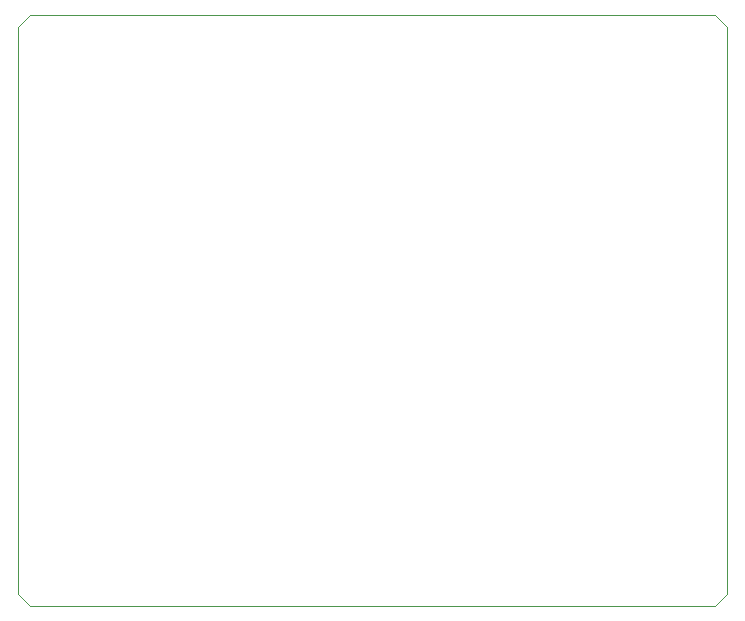
<source format=gbr>
%TF.GenerationSoftware,KiCad,Pcbnew,(6.0.6)*%
%TF.CreationDate,2022-08-12T20:52:17+02:00*%
%TF.ProjectId,breakbox_pcb,62726561-6b62-46f7-985f-7063622e6b69,rev?*%
%TF.SameCoordinates,Original*%
%TF.FileFunction,Profile,NP*%
%FSLAX46Y46*%
G04 Gerber Fmt 4.6, Leading zero omitted, Abs format (unit mm)*
G04 Created by KiCad (PCBNEW (6.0.6)) date 2022-08-12 20:52:17*
%MOMM*%
%LPD*%
G01*
G04 APERTURE LIST*
%TA.AperFunction,Profile*%
%ADD10C,0.100000*%
%TD*%
G04 APERTURE END LIST*
D10*
X51100000Y-100000000D02*
X50100000Y-99000000D01*
X50100000Y-99000000D02*
X50100000Y-51000000D01*
X109100000Y-50000000D02*
X110100000Y-51000000D01*
X109100000Y-100000000D02*
X51100000Y-100000000D01*
X50100000Y-51000000D02*
X51100000Y-50000000D01*
X110100000Y-51000000D02*
X110100000Y-99000000D01*
X51100000Y-50000000D02*
X109100000Y-50000000D01*
X110100000Y-99000000D02*
X109100000Y-100000000D01*
M02*

</source>
